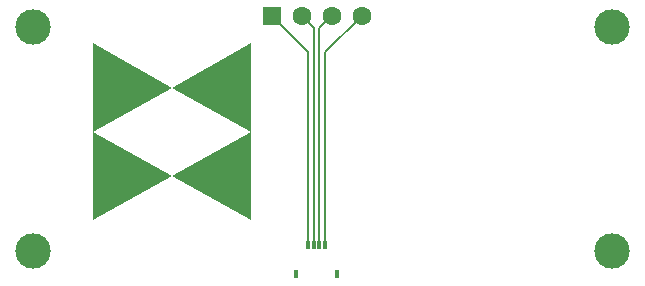
<source format=gtl>
G04*
G04 #@! TF.GenerationSoftware,Altium Limited,Altium Designer,23.9.2 (47)*
G04*
G04 Layer_Physical_Order=1*
G04 Layer_Color=255*
%FSLAX44Y44*%
%MOMM*%
G71*
G04*
G04 #@! TF.SameCoordinates,A9C3D319-5A17-451D-A4C5-16098FC82B81*
G04*
G04*
G04 #@! TF.FilePolarity,Positive*
G04*
G01*
G75*
%ADD12R,0.4000X0.8000*%
%ADD13R,0.3000X0.8000*%
%ADD19C,0.2040*%
%ADD20C,1.6000*%
%ADD21R,1.6000X1.6000*%
%ADD22C,3.0000*%
G36*
X214748Y205859D02*
Y205443D01*
Y204748D01*
Y203498D01*
Y202665D01*
Y201832D01*
Y200721D01*
Y199609D01*
Y198221D01*
Y196693D01*
Y195026D01*
Y193082D01*
Y190998D01*
Y188776D01*
Y186276D01*
Y183498D01*
Y180582D01*
Y177387D01*
Y174054D01*
Y170443D01*
Y166415D01*
Y162249D01*
Y157804D01*
Y153082D01*
Y147943D01*
Y142666D01*
Y136971D01*
Y130999D01*
X214748Y56000D01*
X147874Y93499D01*
X214748Y130999D01*
X147874Y168499D01*
X214748Y205998D01*
Y205859D01*
D02*
G37*
G36*
X147874Y168499D02*
X81000Y130999D01*
X147874Y93499D01*
X81000Y56000D01*
X81000Y130999D01*
Y136971D01*
Y142666D01*
Y147943D01*
Y153082D01*
Y157804D01*
Y162249D01*
Y166415D01*
Y170443D01*
Y174054D01*
Y177387D01*
Y180582D01*
Y183498D01*
Y186276D01*
Y188776D01*
Y190998D01*
Y193082D01*
Y195026D01*
Y196693D01*
Y198221D01*
Y199609D01*
Y200721D01*
Y201831D01*
Y202665D01*
Y203498D01*
Y204748D01*
Y205443D01*
Y205859D01*
Y205998D01*
X147874Y168499D01*
D02*
G37*
D12*
X253000Y10222D02*
D03*
X287000D02*
D03*
D13*
X277500Y35222D02*
D03*
X272500D02*
D03*
X267500D02*
D03*
X262500D02*
D03*
D19*
X277500Y198751D02*
X308100Y229351D01*
X277500Y35222D02*
Y198751D01*
X272500Y35222D02*
Y219151D01*
X282700Y229351D01*
X262500Y35222D02*
Y198751D01*
X231900Y229351D02*
X262500Y198751D01*
X267500Y35222D02*
Y219151D01*
X257300Y229351D02*
X267500Y219151D01*
D20*
X308100Y229351D02*
D03*
X282700D02*
D03*
X257300D02*
D03*
D21*
X231900D02*
D03*
D22*
X520000Y30000D02*
D03*
Y220000D02*
D03*
X30000D02*
D03*
Y30000D02*
D03*
M02*

</source>
